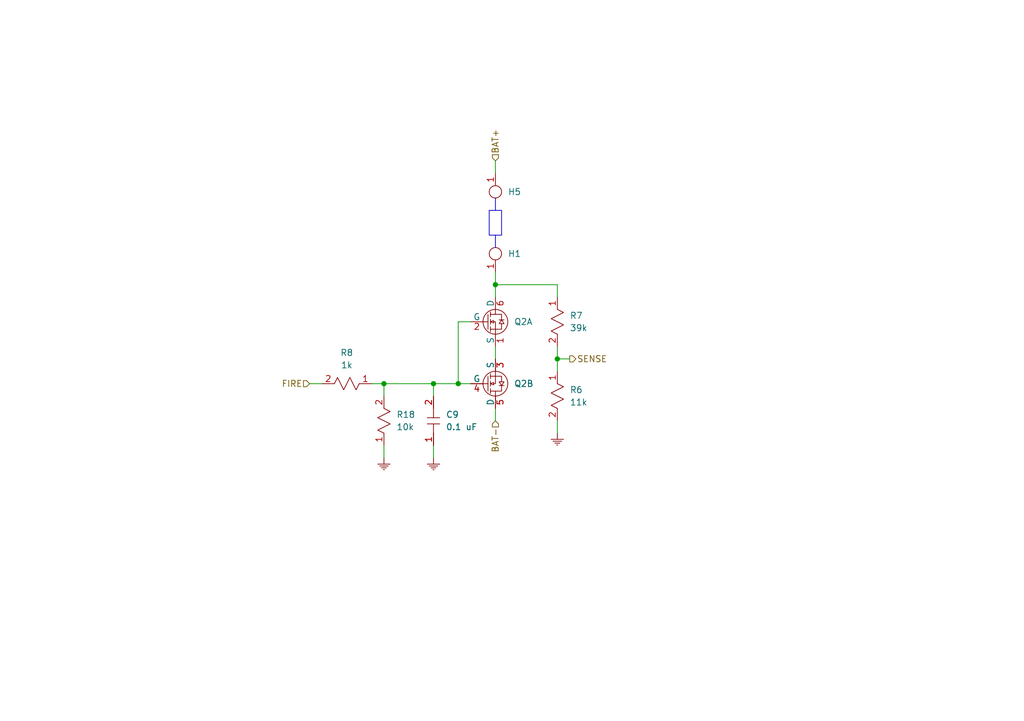
<source format=kicad_sch>
(kicad_sch (version 20230121) (generator eeschema)
  (paper "A5")
  (lib_symbols
    (symbol "zandmd:B076FX76R8" (pin_names (offset 0))
      (property "Reference" "H" (at 0 0 0))
      (symbol "B076FX76R8_0_1"
        (circle (center 3.81 0) (radius 1.27))
      )
      (symbol "B076FX76R8_1_1"
        (pin passive line (at 0 0 0) (length 2.54) (name "") (number "1"))
      )
    )
    (symbol "zandmd:CAPACITOR" (pin_names (offset 0))
      (property "Reference" "C" (at 0 0 0))
      (property "Value" "C" (at 0 0 0))
      (symbol "CAPACITOR_0_1"
        (polyline (pts (xy 2.54 0) (xy 4.445 0)))
        (polyline (pts (xy 4.445 1.27) (xy 4.445 -1.27)))
        (polyline (pts (xy 5.715 1.27) (xy 5.715 -1.27)))
        (polyline (pts (xy 7.62 0) (xy 5.715 0)))
      )
      (symbol "CAPACITOR_1_1"
        (pin passive line (at 0 0 0) (length 2.54) (name "") (number "1"))
        (pin passive line (at 10.16 0 180) (length 2.54) (name "") (number "2"))
      )
    )
    (symbol "zandmd:G120N03D32" (pin_names (offset 0))
      (property "Reference" "Q" (at 0 0 0))
      (symbol "G120N03D32_0_1"
        (polyline (pts (xy 2.54 5.08) (xy 3.556 5.08)))
        (polyline (pts (xy 3.556 6.604) (xy 3.556 3.556)))
        (polyline (pts (xy 4.064 3.048) (xy 4.064 4.064)))
        (polyline (pts (xy 4.064 3.556) (xy 5.08 3.556)))
        (polyline (pts (xy 4.064 5.588) (xy 4.064 4.572)))
        (polyline (pts (xy 4.064 7.112) (xy 4.064 6.096)))
        (polyline (pts (xy 5.842 5.461) (xy 6.858 5.461)))
        (polyline (pts (xy 4.064 6.604) (xy 5.08 6.604) (xy 5.08 7.62)))
        (polyline (pts (xy 4.699 5.08) (xy 5.08 5.08) (xy 5.08 2.54)))
        (polyline (pts (xy 5.08 3.556) (xy 6.35 3.556) (xy 6.35 4.699)))
        (polyline (pts (xy 6.35 5.461) (xy 6.35 6.604) (xy 5.08 6.604)))
        (polyline (pts (xy 4.064 5.08) (xy 4.699 4.826) (xy 4.699 5.334) (xy 4.064 5.08)))
        (polyline (pts (xy 6.35 5.461) (xy 5.842 4.699) (xy 6.858 4.699) (xy 6.35 5.461)))
        (circle (center 5.08 5.08) (radius 2.54))
      )
      (symbol "G120N03D32_1_1"
        (pin open_emitter line (at 5.08 0 90) (length 2.54) (name "S") (number "1"))
        (pin passive line (at 0 5.08 0) (length 2.54) (name "G") (number "2"))
        (pin open_collector line (at 5.08 10.16 270) (length 2.54) (name "D") (number "6"))
      )
      (symbol "G120N03D32_2_1"
        (pin open_emitter line (at 5.08 0 90) (length 2.54) (name "S") (number "3"))
        (pin passive line (at 0 5.08 0) (length 2.54) (name "G") (number "4"))
        (pin open_collector line (at 5.08 10.16 270) (length 2.54) (name "D") (number "5"))
      )
    )
    (symbol "zandmd:GND" (power) (pin_names (offset 0))
      (symbol "GND_0_1"
        (polyline (pts (xy -1.27 -1.27) (xy 1.27 -1.27)))
        (polyline (pts (xy -0.889 -1.651) (xy 0.889 -1.651)))
        (polyline (pts (xy -0.508 -2.032) (xy 0.508 -2.032)))
        (polyline (pts (xy -0.127 -2.413) (xy 0.127 -2.413)))
        (polyline (pts (xy 0 0) (xy 0 -1.27)))
      )
      (symbol "GND_1_1"
        (pin power_in line (at 0 0 270) (length 0) hide (name "GND") (number "1"))
      )
    )
    (symbol "zandmd:RESISTOR" (pin_names (offset 0))
      (property "Reference" "R" (at 0 0 0))
      (property "Value" "R" (at 0 0 0))
      (symbol "RESISTOR_0_1"
        (polyline (pts (xy 2.54 0) (xy 3.175 1.27) (xy 4.445 -1.27) (xy 5.715 1.27) (xy 6.985 -1.27) (xy 7.62 0)))
      )
      (symbol "RESISTOR_1_1"
        (pin passive line (at 0 0 0) (length 2.54) (name "") (number "1"))
        (pin passive line (at 10.16 0 180) (length 2.54) (name "") (number "2"))
      )
    )
  )
  (junction (at 93.98 78.74))
  (junction (at 88.9 78.74))
  (junction (at 78.74 78.74))
  (junction (at 114.3 73.66))
  (junction (at 101.6 58.42))
  (wire (pts (xy 63.5 78.74) (xy 66.04 78.74)))
  (wire (pts (xy 114.3 58.42) (xy 101.6 58.42)))
  (wire (pts (xy 116.84 73.66) (xy 114.3 73.66)))
  (wire (pts (xy 114.3 86.36) (xy 114.3 88.9)))
  (wire (pts (xy 101.6 58.42) (xy 101.6 60.96)))
  (wire (pts (xy 88.9 91.44) (xy 88.9 93.98)))
  (wire (pts (xy 88.9 78.74) (xy 93.98 78.74)))
  (wire (pts (xy 101.6 33.02) (xy 101.6 35.56)))
  (wire (pts (xy 78.74 78.74) (xy 88.9 78.74)))
  (wire (pts (xy 78.74 81.28) (xy 78.74 78.74)))
  (wire (pts (xy 114.3 73.66) (xy 114.3 76.2)))
  (wire (pts (xy 96.52 66.04) (xy 93.98 66.04)))
  (wire (pts (xy 101.6 73.66) (xy 101.6 71.12)))
  (wire (pts (xy 93.98 66.04) (xy 93.98 78.74)))
  (wire (pts (xy 101.6 86.36) (xy 101.6 83.82)))
  (wire (pts (xy 114.3 71.12) (xy 114.3 73.66)))
  (wire (pts (xy 114.3 60.96) (xy 114.3 58.42)))
  (wire (pts (xy 88.9 81.28) (xy 88.9 78.74)))
  (wire (pts (xy 76.2 78.74) (xy 78.74 78.74)))
  (wire (pts (xy 78.74 91.44) (xy 78.74 93.98)))
  (wire (pts (xy 101.6 55.88) (xy 101.6 58.42)))
  (wire (pts (xy 93.98 78.74) (xy 96.52 78.74)))
  (rectangle (start 101.6 40.64) (end 101.6 43.18))
  (rectangle (start 100.33 43.18) (end 102.87 48.26))
  (rectangle (start 101.6 48.26) (end 101.6 50.8))
  (hierarchical_label "FIRE" (shape input) (at 63.5 78.74 180))
  (hierarchical_label "SENSE" (shape output) (at 116.84 73.66 0))
  (hierarchical_label "BAT+" (shape input) (at 101.6 33.02 90))
  (hierarchical_label "BAT-" (shape input) (at 101.6 86.36 270))
  (symbol (lib_id "zandmd:GND") (at 88.9 93.98 0) (unit 1)
    (property "Reference" "#PWR040" (effects hide))
    (property "Value" "GND" (effects hide))
    (instances (project "main-board" (path "" (reference "#PWR040") (unit 1)) (path "" (reference "#PWR041") (unit 1)) (path "" (reference "#PWR042") (unit 1)) (path "" (reference "#PWR043") (unit 1))))
  )
  (symbol (lib_id "zandmd:RESISTOR") (at 76.2 78.74 180) (unit 1)
    (property "Reference" "R8" (at 71.12 72.39 0))
    (property "Value" "1k" (at 71.12 74.93 0))
    (property "Footprint" "zandmd:PASSIVE-NPOL-0805" (effects hide))
    (property "Sim.Device" "R" (effects hide))
    (property "Sim.Pins" "1=+ 2=-" (effects hide))
    (instances (project "main-board" (path "" (reference "R8") (unit 1)) (path "" (reference "R14") (unit 1)) (path "" (reference "R11") (unit 1)) (path "" (reference "R17") (unit 1))))
  )
  (symbol (lib_id "zandmd:GND") (at 114.3 88.9 0) (unit 1)
    (property "Reference" "#PWR036" (effects hide))
    (property "Value" "GND" (effects hide))
    (instances (project "main-board" (path "" (reference "#PWR036") (unit 1)) (path "" (reference "#PWR037") (unit 1)) (path "" (reference "#PWR038") (unit 1)) (path "" (reference "#PWR039") (unit 1))))
  )
  (symbol (lib_id "zandmd:RESISTOR") (at 114.3 60.96 270) (unit 1)
    (property "Reference" "R7" (at 116.84 64.77 90) (effects (justify left)))
    (property "Value" "39k" (at 116.84 67.31 90) (effects (justify left)))
    (property "Footprint" "zandmd:PASSIVE-NPOL-0805" (effects hide))
    (property "Sim.Device" "R" (effects hide))
    (property "Sim.Pins" "1=+ 2=-" (effects hide))
    (instances (project "main-board" (path "" (reference "R7") (unit 1)) (path "" (reference "R13") (unit 1)) (path "" (reference "R10") (unit 1)) (path "" (reference "R16") (unit 1))))
  )
  (symbol (lib_id "zandmd:G120N03D32") (at 96.52 73.66 0) (mirror x) (unit 2)
    (property "Reference" "Q2" (at 105.41 78.74 0) (effects (justify left)))
    (property "Value" "G120N03D32" (effects hide))
    (property "Footprint" "zandmd:G120N03D32" (effects hide))
    (property "Datasheet" "http://www.gofordsemi.com/u_file/product/865/GOFORD-G120N03D32.pdf" (effects hide))
    (property "Sim.Enable" "0" (effects hide))
    (instances (project "main-board" (path "" (reference "Q2") (unit 2)) (path "" (reference "Q4") (unit 2)) (path "" (reference "Q3") (unit 2)) (path "" (reference "Q5") (unit 2))))
  )
  (symbol (lib_id "zandmd:GND") (at 78.74 93.98 0) (unit 1)
    (property "Reference" "#PWR044" (effects hide))
    (property "Value" "GND" (effects hide))
    (instances (project "main-board" (path "" (reference "#PWR044") (unit 1)) (path "" (reference "#PWR045") (unit 1)) (path "" (reference "#PWR046") (unit 1)) (path "" (reference "#PWR047") (unit 1))))
  )
  (symbol (lib_id "zandmd:B076FX76R8") (at 101.6 35.56 270) (unit 1)
    (property "Reference" "H5" (at 104.14 39.37 90) (effects (justify left)))
    (property "Value" "B076FX76R8" (effects hide))
    (property "Footprint" "zandmd:B076FX76R8" (effects hide))
    (property "Datasheet" "https://www.amazon.com/dp/B076FX76R8" (effects hide))
    (property "Sim.Enable" "0" (effects hide))
    (instances (project "main-board" (path "" (reference "H5") (unit 1)) (path "" (reference "H7") (unit 1)) (path "" (reference "H6") (unit 1)) (path "" (reference "H8") (unit 1))))
  )
  (symbol (lib_id "zandmd:CAPACITOR") (at 88.9 91.44 90) (unit 1)
    (property "Reference" "C9" (at 91.44 85.09 90) (effects (justify right)))
    (property "Value" "0.1 uF" (at 91.44 87.63 90) (effects (justify right)))
    (property "Footprint" "zandmd:PASSIVE-NPOL-0805" (effects hide))
    (property "Sim.Device" "C" (effects hide))
    (property "Sim.Pins" "1=+ 2=-" (effects hide))
    (instances (project "main-board" (path "" (reference "C9") (unit 1)) (path "" (reference "C11") (unit 1)) (path "" (reference "C10") (unit 1)) (path "" (reference "C13") (unit 1))))
  )
  (symbol (lib_id "zandmd:RESISTOR") (at 78.74 91.44 90) (unit 1)
    (property "Reference" "R18" (at 81.28 85.09 90) (effects (justify right)))
    (property "Value" "10k" (at 81.28 87.63 90) (effects (justify right)))
    (property "Footprint" "zandmd:PASSIVE-NPOL-0805" (effects hide))
    (property "Sim.Device" "R" (effects hide))
    (property "Sim.Pins" "1=+ 2=-" (effects hide))
    (instances (project "main-board" (path "" (reference "R18") (unit 1)) (path "" (reference "R20") (unit 1)) (path "" (reference "R19") (unit 1)) (path "" (reference "R21") (unit 1))))
  )
  (symbol (lib_id "zandmd:B076FX76R8") (at 101.6 55.88 90) (unit 1)
    (property "Reference" "H1" (at 104.14 52.07 90) (effects (justify right)))
    (property "Value" "B076FX76R8" (effects hide))
    (property "Footprint" "zandmd:B076FX76R8" (effects hide))
    (property "Datasheet" "https://www.amazon.com/dp/B076FX76R8" (effects hide))
    (property "Sim.Enable" "0" (effects hide))
    (instances (project "main-board" (path "" (reference "H1") (unit 1)) (path "" (reference "H3") (unit 1)) (path "" (reference "H2") (unit 1)) (path "" (reference "H4") (unit 1))))
  )
  (symbol (lib_id "zandmd:G120N03D32") (at 96.52 71.12 0) (unit 1)
    (property "Reference" "Q2" (at 105.41 66.04 0) (effects (justify left)))
    (property "Value" "G120N03D32" (effects hide))
    (property "Footprint" "zandmd:G120N03D32" (effects hide))
    (property "Datasheet" "http://www.gofordsemi.com/u_file/product/865/GOFORD-G120N03D32.pdf" (effects hide))
    (property "Sim.Enable" "0" (effects hide))
    (instances (project "main-board" (path "" (reference "Q2") (unit 1)) (path "" (reference "Q4") (unit 1)) (path "" (reference "Q3") (unit 1)) (path "" (reference "Q5") (unit 1))))
  )
  (symbol (lib_id "zandmd:RESISTOR") (at 114.3 76.2 270) (unit 1)
    (property "Reference" "R6" (at 116.84 80.01 90) (effects (justify left)))
    (property "Value" "11k" (at 116.84 82.55 90) (effects (justify left)))
    (property "Footprint" "zandmd:PASSIVE-NPOL-0805" (effects hide))
    (property "Sim.Device" "R" (effects hide))
    (property "Sim.Pins" "1=+ 2=-" (effects hide))
    (instances (project "main-board" (path "" (reference "R6") (unit 1)) (path "" (reference "R12") (unit 1)) (path "" (reference "R9") (unit 1)) (path "" (reference "R15") (unit 1))))
  )
)
</source>
